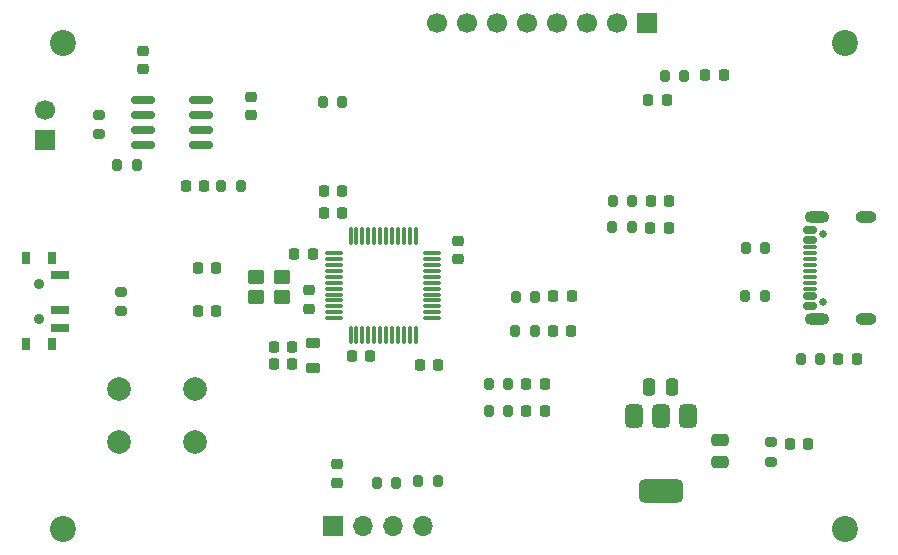
<source format=gts>
G04 #@! TF.GenerationSoftware,KiCad,Pcbnew,9.0.4*
G04 #@! TF.CreationDate,2025-10-31T21:14:41-06:00*
G04 #@! TF.ProjectId,tutorial,7475746f-7269-4616-9c2e-6b696361645f,rev?*
G04 #@! TF.SameCoordinates,Original*
G04 #@! TF.FileFunction,Soldermask,Top*
G04 #@! TF.FilePolarity,Negative*
%FSLAX46Y46*%
G04 Gerber Fmt 4.6, Leading zero omitted, Abs format (unit mm)*
G04 Created by KiCad (PCBNEW 9.0.4) date 2025-10-31 21:14:41*
%MOMM*%
%LPD*%
G01*
G04 APERTURE LIST*
G04 Aperture macros list*
%AMRoundRect*
0 Rectangle with rounded corners*
0 $1 Rounding radius*
0 $2 $3 $4 $5 $6 $7 $8 $9 X,Y pos of 4 corners*
0 Add a 4 corners polygon primitive as box body*
4,1,4,$2,$3,$4,$5,$6,$7,$8,$9,$2,$3,0*
0 Add four circle primitives for the rounded corners*
1,1,$1+$1,$2,$3*
1,1,$1+$1,$4,$5*
1,1,$1+$1,$6,$7*
1,1,$1+$1,$8,$9*
0 Add four rect primitives between the rounded corners*
20,1,$1+$1,$2,$3,$4,$5,0*
20,1,$1+$1,$4,$5,$6,$7,0*
20,1,$1+$1,$6,$7,$8,$9,0*
20,1,$1+$1,$8,$9,$2,$3,0*%
G04 Aperture macros list end*
%ADD10RoundRect,0.225000X-0.225000X-0.250000X0.225000X-0.250000X0.225000X0.250000X-0.225000X0.250000X0*%
%ADD11R,1.700000X1.700000*%
%ADD12O,1.700000X1.700000*%
%ADD13RoundRect,0.200000X0.200000X0.275000X-0.200000X0.275000X-0.200000X-0.275000X0.200000X-0.275000X0*%
%ADD14RoundRect,0.225000X0.250000X-0.225000X0.250000X0.225000X-0.250000X0.225000X-0.250000X-0.225000X0*%
%ADD15RoundRect,0.218750X0.218750X0.256250X-0.218750X0.256250X-0.218750X-0.256250X0.218750X-0.256250X0*%
%ADD16RoundRect,0.200000X-0.200000X-0.275000X0.200000X-0.275000X0.200000X0.275000X-0.200000X0.275000X0*%
%ADD17C,2.200000*%
%ADD18RoundRect,0.200000X0.275000X-0.200000X0.275000X0.200000X-0.275000X0.200000X-0.275000X-0.200000X0*%
%ADD19RoundRect,0.250000X0.475000X-0.250000X0.475000X0.250000X-0.475000X0.250000X-0.475000X-0.250000X0*%
%ADD20R,0.800000X1.000000*%
%ADD21C,0.900000*%
%ADD22R,1.500000X0.700000*%
%ADD23C,0.650000*%
%ADD24RoundRect,0.150000X0.425000X-0.150000X0.425000X0.150000X-0.425000X0.150000X-0.425000X-0.150000X0*%
%ADD25RoundRect,0.075000X0.500000X-0.075000X0.500000X0.075000X-0.500000X0.075000X-0.500000X-0.075000X0*%
%ADD26O,2.100000X1.000000*%
%ADD27O,1.800000X1.000000*%
%ADD28RoundRect,0.075000X-0.662500X-0.075000X0.662500X-0.075000X0.662500X0.075000X-0.662500X0.075000X0*%
%ADD29RoundRect,0.075000X-0.075000X-0.662500X0.075000X-0.662500X0.075000X0.662500X-0.075000X0.662500X0*%
%ADD30RoundRect,0.225000X-0.250000X0.225000X-0.250000X-0.225000X0.250000X-0.225000X0.250000X0.225000X0*%
%ADD31RoundRect,0.218750X-0.381250X0.218750X-0.381250X-0.218750X0.381250X-0.218750X0.381250X0.218750X0*%
%ADD32RoundRect,0.225000X0.225000X0.250000X-0.225000X0.250000X-0.225000X-0.250000X0.225000X-0.250000X0*%
%ADD33RoundRect,0.250000X-0.450000X-0.350000X0.450000X-0.350000X0.450000X0.350000X-0.450000X0.350000X0*%
%ADD34C,2.000000*%
%ADD35RoundRect,0.150000X0.825000X0.150000X-0.825000X0.150000X-0.825000X-0.150000X0.825000X-0.150000X0*%
%ADD36RoundRect,0.218750X-0.218750X-0.256250X0.218750X-0.256250X0.218750X0.256250X-0.218750X0.256250X0*%
%ADD37C,1.700000*%
%ADD38RoundRect,0.375000X-0.375000X0.625000X-0.375000X-0.625000X0.375000X-0.625000X0.375000X0.625000X0*%
%ADD39RoundRect,0.500000X-1.400000X0.500000X-1.400000X-0.500000X1.400000X-0.500000X1.400000X0.500000X0*%
%ADD40RoundRect,0.250000X-0.250000X-0.475000X0.250000X-0.475000X0.250000X0.475000X-0.250000X0.475000X0*%
G04 APERTURE END LIST*
D10*
G04 #@! TO.C,C11*
X84850000Y-107425000D03*
X86400000Y-107425000D03*
G04 #@! TD*
D11*
G04 #@! TO.C,J1*
X83260000Y-121860000D03*
D12*
X85800000Y-121860000D03*
X88340000Y-121860000D03*
X90880000Y-121860000D03*
G04 #@! TD*
D13*
G04 #@! TO.C,R5*
X119860000Y-98350000D03*
X118210000Y-98350000D03*
G04 #@! TD*
D14*
G04 #@! TO.C,C8*
X81220000Y-103445000D03*
X81220000Y-101895000D03*
G04 #@! TD*
D15*
G04 #@! TO.C,D7*
X111687500Y-96603900D03*
X110112500Y-96603900D03*
G04 #@! TD*
D13*
G04 #@! TO.C,R7*
X92115000Y-118050000D03*
X90465000Y-118050000D03*
G04 #@! TD*
D15*
G04 #@! TO.C,D9*
X111732500Y-94303900D03*
X110157500Y-94303900D03*
G04 #@! TD*
D16*
G04 #@! TO.C,R18*
X82405000Y-85970000D03*
X84055000Y-85970000D03*
G04 #@! TD*
D17*
G04 #@! TO.C,H1*
X60414214Y-122085786D03*
G04 #@! TD*
D18*
G04 #@! TO.C,R1*
X120382500Y-116430000D03*
X120382500Y-114780000D03*
G04 #@! TD*
D19*
G04 #@! TO.C,C2*
X116060000Y-116447500D03*
X116060000Y-114547500D03*
G04 #@! TD*
D17*
G04 #@! TO.C,H2*
X126585786Y-122085786D03*
G04 #@! TD*
D20*
G04 #@! TO.C,SW1*
X59490000Y-99170000D03*
X57280000Y-99170000D03*
D21*
X58380000Y-101320000D03*
X58380000Y-104320000D03*
D20*
X59490000Y-106470000D03*
X57280000Y-106470000D03*
D22*
X60140000Y-100570000D03*
X60140000Y-103570000D03*
X60140000Y-105070000D03*
G04 #@! TD*
D23*
G04 #@! TO.C,J5*
X124710000Y-102900000D03*
X124710000Y-97120000D03*
D24*
X123635000Y-103210000D03*
X123635000Y-102410000D03*
D25*
X123635000Y-101260000D03*
X123635000Y-100260000D03*
X123635000Y-99760000D03*
X123635000Y-98760000D03*
D24*
X123635000Y-97610000D03*
X123635000Y-96810000D03*
X123635000Y-96810000D03*
X123635000Y-97610000D03*
D25*
X123635000Y-98260000D03*
X123635000Y-99260000D03*
X123635000Y-100760000D03*
X123635000Y-101760000D03*
D24*
X123635000Y-102410000D03*
X123635000Y-103210000D03*
D26*
X124210000Y-104330000D03*
D27*
X128390000Y-104330000D03*
D26*
X124210000Y-95690000D03*
D27*
X128390000Y-95690000D03*
G04 #@! TD*
D18*
G04 #@! TO.C,R2*
X65300000Y-103650000D03*
X65300000Y-102000000D03*
G04 #@! TD*
D13*
G04 #@! TO.C,R16*
X66630000Y-91310000D03*
X64980000Y-91310000D03*
G04 #@! TD*
D28*
G04 #@! TO.C,U2*
X83337500Y-98750000D03*
X83337500Y-99250000D03*
X83337500Y-99750000D03*
X83337500Y-100250000D03*
X83337500Y-100750000D03*
X83337500Y-101250000D03*
X83337500Y-101750000D03*
X83337500Y-102250000D03*
X83337500Y-102750000D03*
X83337500Y-103250000D03*
X83337500Y-103750000D03*
X83337500Y-104250000D03*
D29*
X84750000Y-105662500D03*
X85250000Y-105662500D03*
X85750000Y-105662500D03*
X86250000Y-105662500D03*
X86750000Y-105662500D03*
X87250000Y-105662500D03*
X87750000Y-105662500D03*
X88250000Y-105662500D03*
X88750000Y-105662500D03*
X89250000Y-105662500D03*
X89750000Y-105662500D03*
X90250000Y-105662500D03*
D28*
X91662500Y-104250000D03*
X91662500Y-103750000D03*
X91662500Y-103250000D03*
X91662500Y-102750000D03*
X91662500Y-102250000D03*
X91662500Y-101750000D03*
X91662500Y-101250000D03*
X91662500Y-100750000D03*
X91662500Y-100250000D03*
X91662500Y-99750000D03*
X91662500Y-99250000D03*
X91662500Y-98750000D03*
D29*
X90250000Y-97337500D03*
X89750000Y-97337500D03*
X89250000Y-97337500D03*
X88750000Y-97337500D03*
X88250000Y-97337500D03*
X87750000Y-97337500D03*
X87250000Y-97337500D03*
X86750000Y-97337500D03*
X86250000Y-97337500D03*
X85750000Y-97337500D03*
X85250000Y-97337500D03*
X84750000Y-97337500D03*
G04 #@! TD*
D16*
G04 #@! TO.C,R13*
X73790000Y-93060000D03*
X75440000Y-93060000D03*
G04 #@! TD*
G04 #@! TO.C,R17*
X122862500Y-107750000D03*
X124512500Y-107750000D03*
G04 #@! TD*
G04 #@! TO.C,R3*
X111370000Y-83720000D03*
X113020000Y-83720000D03*
G04 #@! TD*
D30*
G04 #@! TO.C,C17*
X83640000Y-116625000D03*
X83640000Y-118175000D03*
G04 #@! TD*
G04 #@! TO.C,C13*
X67140000Y-81600000D03*
X67140000Y-83150000D03*
G04 #@! TD*
D14*
G04 #@! TO.C,C12*
X76280000Y-87070000D03*
X76280000Y-85520000D03*
G04 #@! TD*
D15*
G04 #@! TO.C,D8*
X116355000Y-83690000D03*
X114780000Y-83690000D03*
G04 #@! TD*
D18*
G04 #@! TO.C,R4*
X63420000Y-88690000D03*
X63420000Y-87040000D03*
G04 #@! TD*
D31*
G04 #@! TO.C,FB1*
X81545000Y-106375000D03*
X81545000Y-108500000D03*
G04 #@! TD*
D15*
G04 #@! TO.C,D11*
X127627500Y-107730000D03*
X126052500Y-107730000D03*
G04 #@! TD*
G04 #@! TO.C,D5*
X103470000Y-102415000D03*
X101895000Y-102415000D03*
G04 #@! TD*
D10*
G04 #@! TO.C,C15*
X71795000Y-103630000D03*
X73345000Y-103630000D03*
G04 #@! TD*
D17*
G04 #@! TO.C,H4*
X60414214Y-80914214D03*
G04 #@! TD*
D10*
G04 #@! TO.C,C14*
X71795000Y-100000000D03*
X73345000Y-100000000D03*
G04 #@! TD*
D32*
G04 #@! TO.C,C16*
X111505000Y-85770000D03*
X109955000Y-85770000D03*
G04 #@! TD*
D13*
G04 #@! TO.C,R6*
X119815000Y-102350000D03*
X118165000Y-102350000D03*
G04 #@! TD*
D15*
G04 #@! TO.C,D1*
X123520000Y-114870000D03*
X121945000Y-114870000D03*
G04 #@! TD*
D32*
G04 #@! TO.C,C9*
X79820000Y-106685000D03*
X78270000Y-106685000D03*
G04 #@! TD*
D17*
G04 #@! TO.C,H3*
X126585786Y-80914214D03*
G04 #@! TD*
D15*
G04 #@! TO.C,D3*
X101197500Y-109812500D03*
X99622500Y-109812500D03*
G04 #@! TD*
D13*
G04 #@! TO.C,R10*
X98097500Y-109787500D03*
X96447500Y-109787500D03*
G04 #@! TD*
G04 #@! TO.C,R14*
X108567500Y-96563900D03*
X106917500Y-96563900D03*
G04 #@! TD*
D33*
G04 #@! TO.C,Y2*
X76760000Y-102490000D03*
X78960000Y-102490000D03*
X78960000Y-100790000D03*
X76760000Y-100790000D03*
G04 #@! TD*
D10*
G04 #@! TO.C,C3*
X82506000Y-93496000D03*
X84056000Y-93496000D03*
G04 #@! TD*
D13*
G04 #@! TO.C,R12*
X100370000Y-102440000D03*
X98720000Y-102440000D03*
G04 #@! TD*
D30*
G04 #@! TO.C,C6*
X93875000Y-97700000D03*
X93875000Y-99250000D03*
G04 #@! TD*
D13*
G04 #@! TO.C,R11*
X100330000Y-105350000D03*
X98680000Y-105350000D03*
G04 #@! TD*
G04 #@! TO.C,R15*
X108587500Y-94303900D03*
X106937500Y-94303900D03*
G04 #@! TD*
D10*
G04 #@! TO.C,C7*
X82506000Y-95371000D03*
X84056000Y-95371000D03*
G04 #@! TD*
D13*
G04 #@! TO.C,R9*
X98102500Y-112152500D03*
X96452500Y-112152500D03*
G04 #@! TD*
D34*
G04 #@! TO.C,SW2*
X65110000Y-110250000D03*
X71610000Y-110250000D03*
X65110000Y-114750000D03*
X71610000Y-114750000D03*
G04 #@! TD*
D15*
G04 #@! TO.C,D2*
X101220000Y-112150000D03*
X99645000Y-112150000D03*
G04 #@! TD*
D35*
G04 #@! TO.C,U3*
X72100000Y-89620000D03*
X72100000Y-88350000D03*
X72100000Y-87080000D03*
X72100000Y-85810000D03*
X67150000Y-85810000D03*
X67150000Y-87080000D03*
X67150000Y-88350000D03*
X67150000Y-89620000D03*
G04 #@! TD*
D32*
G04 #@! TO.C,C5*
X92185000Y-108230000D03*
X90635000Y-108230000D03*
G04 #@! TD*
G04 #@! TO.C,C10*
X79820000Y-108160000D03*
X78270000Y-108160000D03*
G04 #@! TD*
G04 #@! TO.C,C4*
X81540000Y-98780000D03*
X79990000Y-98780000D03*
G04 #@! TD*
D36*
G04 #@! TO.C,D6*
X70800000Y-93060000D03*
X72375000Y-93060000D03*
G04 #@! TD*
D16*
G04 #@! TO.C,R8*
X86975000Y-118200000D03*
X88625000Y-118200000D03*
G04 #@! TD*
D11*
G04 #@! TO.C,J7*
X109860000Y-79290000D03*
D37*
X107320000Y-79290000D03*
X104780000Y-79290000D03*
X102240000Y-79290000D03*
X99700000Y-79290000D03*
X97160000Y-79290000D03*
X94620000Y-79290000D03*
X92080000Y-79290000D03*
G04 #@! TD*
D11*
G04 #@! TO.C,J2*
X58850000Y-89175000D03*
D37*
X58850000Y-86635000D03*
G04 #@! TD*
D38*
G04 #@! TO.C,U1*
X113360000Y-112547500D03*
X111060000Y-112547500D03*
D39*
X111060000Y-118847500D03*
D38*
X108760000Y-112547500D03*
G04 #@! TD*
D40*
G04 #@! TO.C,C1*
X110060000Y-110047500D03*
X111960000Y-110047500D03*
G04 #@! TD*
D15*
G04 #@! TO.C,D4*
X103435000Y-105340000D03*
X101860000Y-105340000D03*
G04 #@! TD*
M02*

</source>
